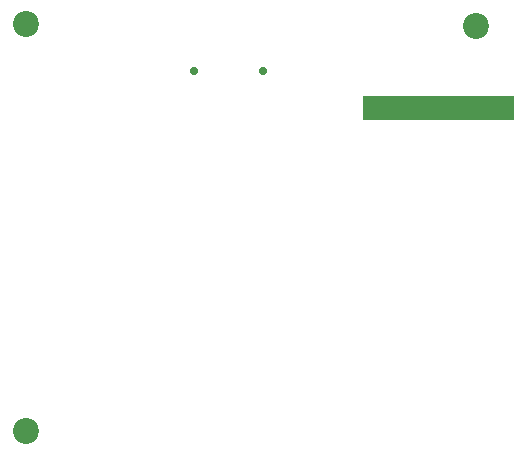
<source format=gbr>
%TF.GenerationSoftware,Altium Limited,Altium Designer,24.6.1 (21)*%
G04 Layer_Color=0*
%FSLAX45Y45*%
%MOMM*%
%TF.SameCoordinates,C73725EF-E552-4689-BE2B-43CAEE6025B1*%
%TF.FilePolarity,Positive*%
%TF.FileFunction,NonPlated,1,2,NPTH,Drill*%
%TF.Part,Single*%
G01*
G75*
%TA.AperFunction,OtherDrill,Pad Free-4 (131.424mm,99.1mm)*%
%ADD78C,2.20000*%
%TA.AperFunction,OtherDrill,Pad Free-4 (169.6mm,98.9mm)*%
%ADD79C,2.20000*%
%TA.AperFunction,OtherDrill,Pad Free-4 (131.424mm,64.624mm)*%
%ADD80C,2.20000*%
%TA.AperFunction,ComponentDrill*%
%ADD81C,0.70000*%
G36*
X17280000Y9300000D02*
X16000000D01*
Y9100000D01*
X17279999Y9100000D01*
X17280000Y9300000D01*
D02*
G37*
D78*
X13142400Y9910000D02*
D03*
D79*
X16960001Y9890000D02*
D03*
D80*
X13142400Y6462371D02*
D03*
D81*
X14571001Y9515000D02*
D03*
X15149001D02*
D03*
%TF.MD5,58fe2aee7558323896b1ac559ffed59d*%
M02*

</source>
